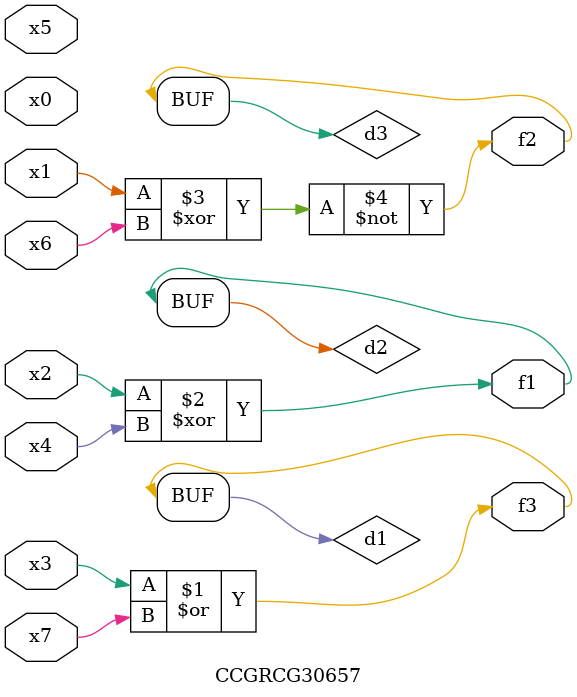
<source format=v>
module CCGRCG30657(
	input x0, x1, x2, x3, x4, x5, x6, x7,
	output f1, f2, f3
);

	wire d1, d2, d3;

	or (d1, x3, x7);
	xor (d2, x2, x4);
	xnor (d3, x1, x6);
	assign f1 = d2;
	assign f2 = d3;
	assign f3 = d1;
endmodule

</source>
